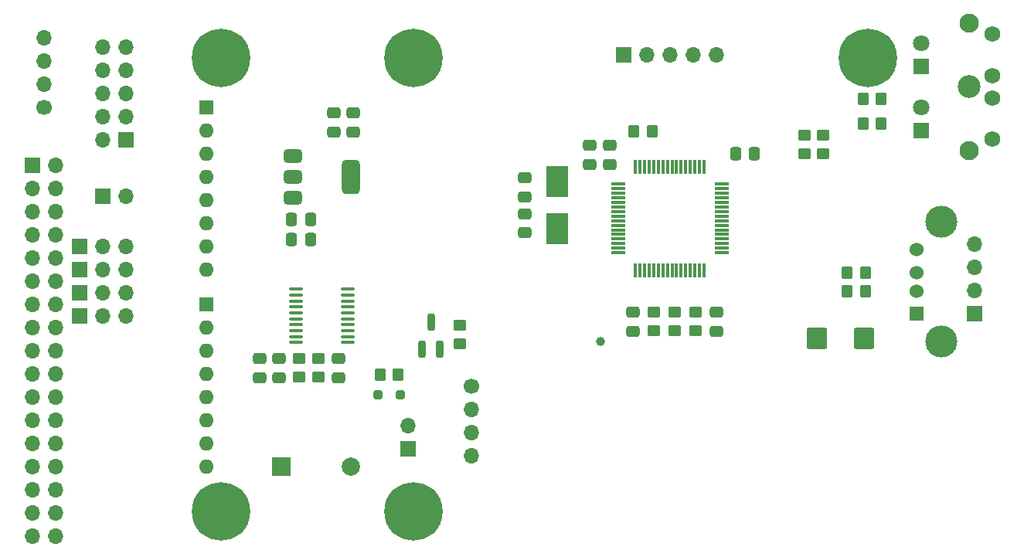
<source format=gbr>
G04 #@! TF.GenerationSoftware,KiCad,Pcbnew,9.0.2*
G04 #@! TF.CreationDate,2025-05-24T11:24:19-04:00*
G04 #@! TF.ProjectId,OpenFlops,4f70656e-466c-46f7-9073-2e6b69636164,1*
G04 #@! TF.SameCoordinates,Original*
G04 #@! TF.FileFunction,Soldermask,Top*
G04 #@! TF.FilePolarity,Negative*
%FSLAX46Y46*%
G04 Gerber Fmt 4.6, Leading zero omitted, Abs format (unit mm)*
G04 Created by KiCad (PCBNEW 9.0.2) date 2025-05-24 11:24:19*
%MOMM*%
%LPD*%
G01*
G04 APERTURE LIST*
G04 Aperture macros list*
%AMRoundRect*
0 Rectangle with rounded corners*
0 $1 Rounding radius*
0 $2 $3 $4 $5 $6 $7 $8 $9 X,Y pos of 4 corners*
0 Add a 4 corners polygon primitive as box body*
4,1,4,$2,$3,$4,$5,$6,$7,$8,$9,$2,$3,0*
0 Add four circle primitives for the rounded corners*
1,1,$1+$1,$2,$3*
1,1,$1+$1,$4,$5*
1,1,$1+$1,$6,$7*
1,1,$1+$1,$8,$9*
0 Add four rect primitives between the rounded corners*
20,1,$1+$1,$2,$3,$4,$5,0*
20,1,$1+$1,$4,$5,$6,$7,0*
20,1,$1+$1,$6,$7,$8,$9,0*
20,1,$1+$1,$8,$9,$2,$3,0*%
G04 Aperture macros list end*
%ADD10C,1.800000*%
%ADD11R,1.800000X1.800000*%
%ADD12R,1.700000X1.700000*%
%ADD13O,1.700000X1.700000*%
%ADD14RoundRect,0.250000X0.350000X0.450000X-0.350000X0.450000X-0.350000X-0.450000X0.350000X-0.450000X0*%
%ADD15C,2.100000*%
%ADD16C,2.500000*%
%ADD17C,1.750000*%
%ADD18C,0.800000*%
%ADD19C,6.400000*%
%ADD20C,1.700000*%
%ADD21RoundRect,0.250000X-0.250000X-0.250000X0.250000X-0.250000X0.250000X0.250000X-0.250000X0.250000X0*%
%ADD22RoundRect,0.250000X0.475000X-0.337500X0.475000X0.337500X-0.475000X0.337500X-0.475000X-0.337500X0*%
%ADD23RoundRect,0.250000X-0.450000X0.350000X-0.450000X-0.350000X0.450000X-0.350000X0.450000X0.350000X0*%
%ADD24RoundRect,0.250000X0.337500X0.475000X-0.337500X0.475000X-0.337500X-0.475000X0.337500X-0.475000X0*%
%ADD25RoundRect,0.250000X-0.475000X0.337500X-0.475000X-0.337500X0.475000X-0.337500X0.475000X0.337500X0*%
%ADD26RoundRect,0.250000X0.450000X-0.350000X0.450000X0.350000X-0.450000X0.350000X-0.450000X-0.350000X0*%
%ADD27RoundRect,0.375000X-0.625000X-0.375000X0.625000X-0.375000X0.625000X0.375000X-0.625000X0.375000X0*%
%ADD28RoundRect,0.500000X-0.500000X-1.400000X0.500000X-1.400000X0.500000X1.400000X-0.500000X1.400000X0*%
%ADD29R,1.600000X1.600000*%
%ADD30O,1.600000X1.600000*%
%ADD31C,1.000000*%
%ADD32RoundRect,0.075000X-0.700000X-0.075000X0.700000X-0.075000X0.700000X0.075000X-0.700000X0.075000X0*%
%ADD33RoundRect,0.075000X-0.075000X-0.700000X0.075000X-0.700000X0.075000X0.700000X-0.075000X0.700000X0*%
%ADD34R,1.524000X1.524000*%
%ADD35C,1.524000*%
%ADD36C,3.500000*%
%ADD37RoundRect,0.250000X0.875000X0.925000X-0.875000X0.925000X-0.875000X-0.925000X0.875000X-0.925000X0*%
%ADD38R,2.400000X3.500000*%
%ADD39R,2.000000X2.000000*%
%ADD40C,2.000000*%
%ADD41RoundRect,0.200000X0.200000X-0.750000X0.200000X0.750000X-0.200000X0.750000X-0.200000X-0.750000X0*%
%ADD42RoundRect,0.100000X0.637500X0.100000X-0.637500X0.100000X-0.637500X-0.100000X0.637500X-0.100000X0*%
%ADD43RoundRect,0.250000X-0.350000X-0.450000X0.350000X-0.450000X0.350000X0.450000X-0.350000X0.450000X0*%
G04 APERTURE END LIST*
D10*
X195199000Y-59034600D03*
D11*
X195199000Y-61574600D03*
D12*
X97790000Y-72390000D03*
D13*
X100330000Y-72390000D03*
X97790000Y-74930000D03*
X100330000Y-74930000D03*
X97790000Y-77470000D03*
X100330000Y-77470000D03*
X97790000Y-80010000D03*
X100330000Y-80010000D03*
X97790000Y-82550000D03*
X100330000Y-82550000D03*
X97790000Y-85090000D03*
X100330000Y-85090000D03*
X97790000Y-87630000D03*
X100330000Y-87630000D03*
X97790000Y-90170000D03*
X100330000Y-90170000D03*
X97790000Y-92710000D03*
X100330000Y-92710000D03*
X97790000Y-95250000D03*
X100330000Y-95250000D03*
X97790000Y-97790000D03*
X100330000Y-97790000D03*
X97790000Y-100330000D03*
X100330000Y-100330000D03*
X97790000Y-102870000D03*
X100330000Y-102870000D03*
X97790000Y-105410000D03*
X100330000Y-105410000D03*
X97790000Y-107950000D03*
X100330000Y-107950000D03*
X97790000Y-110490000D03*
X100330000Y-110490000D03*
X97790000Y-113030000D03*
X100330000Y-113030000D03*
D14*
X190801500Y-65151000D03*
X188801500Y-65151000D03*
D15*
X200456800Y-56794400D03*
D16*
X200456799Y-63804400D03*
D17*
X202946799Y-58044400D03*
X202946799Y-62544401D03*
D16*
X200456800Y-63804800D03*
D15*
X200456799Y-70814800D03*
D17*
X202946799Y-65054800D03*
X202946799Y-69554801D03*
D18*
X116091000Y-60642500D03*
X116793944Y-58945444D03*
X116793944Y-62339556D03*
X118491000Y-58242500D03*
D19*
X118491000Y-60642500D03*
D18*
X118491000Y-63042500D03*
X120188056Y-58945444D03*
X120188056Y-62339556D03*
X120891000Y-60642500D03*
X137173000Y-60642500D03*
X137875944Y-58945444D03*
X137875944Y-62339556D03*
X139573000Y-58242500D03*
D19*
X139573000Y-60642500D03*
D18*
X139573000Y-63042500D03*
X141270056Y-58945444D03*
X141270056Y-62339556D03*
X141973000Y-60642500D03*
X116091000Y-110363000D03*
X116793944Y-108665944D03*
X116793944Y-112060056D03*
X118491000Y-107963000D03*
D19*
X118491000Y-110363000D03*
D18*
X118491000Y-112763000D03*
X120188056Y-108665944D03*
X120188056Y-112060056D03*
X120891000Y-110363000D03*
X137173000Y-110363000D03*
X137875944Y-108665944D03*
X137875944Y-112060056D03*
X139573000Y-107963000D03*
D19*
X139573000Y-110363000D03*
D18*
X139573000Y-112763000D03*
X141270056Y-108665944D03*
X141270056Y-112060056D03*
X141973000Y-110363000D03*
X186957000Y-60642500D03*
X187659944Y-58945444D03*
X187659944Y-62339556D03*
X189357000Y-58242500D03*
D19*
X189357000Y-60642500D03*
D18*
X189357000Y-63042500D03*
X191054056Y-58945444D03*
X191054056Y-62339556D03*
X191757000Y-60642500D03*
D11*
X195199000Y-68585000D03*
D10*
X195199000Y-66045000D03*
D14*
X190801500Y-67818000D03*
X188801500Y-67818000D03*
D12*
X162560000Y-60325000D03*
D13*
X165100000Y-60325000D03*
X167640000Y-60325000D03*
X170180000Y-60325000D03*
X172720000Y-60325000D03*
D20*
X145923000Y-96647000D03*
D13*
X145923000Y-99187000D03*
X145923000Y-101727000D03*
X145923000Y-104267000D03*
D12*
X201041000Y-88683000D03*
D13*
X201041000Y-86143000D03*
X201041000Y-83603000D03*
X201041000Y-81063000D03*
D12*
X102997000Y-81280000D03*
D13*
X105537000Y-81280000D03*
X108077000Y-81280000D03*
D12*
X102997000Y-83820000D03*
D13*
X105537000Y-83820000D03*
X108077000Y-83820000D03*
D12*
X102997000Y-86360000D03*
D13*
X105537000Y-86360000D03*
X108077000Y-86360000D03*
D12*
X102997000Y-88900000D03*
D13*
X105537000Y-88900000D03*
X108077000Y-88900000D03*
D20*
X99060000Y-66040000D03*
D13*
X99060000Y-63500000D03*
X99060000Y-60960000D03*
X99060000Y-58420000D03*
D12*
X108087000Y-69596000D03*
D13*
X105547000Y-69596000D03*
X108087000Y-67056000D03*
X105547000Y-67056000D03*
X108087000Y-64516000D03*
X105547000Y-64516000D03*
X108087000Y-61976000D03*
X105547000Y-61976000D03*
X108087000Y-59436000D03*
X105547000Y-59436000D03*
D12*
X105537000Y-75819000D03*
D13*
X108077000Y-75819000D03*
D21*
X135656001Y-97536000D03*
X138155999Y-97536000D03*
D22*
X163576000Y-90572500D03*
X163576000Y-88497500D03*
D23*
X184404000Y-69104000D03*
X184404000Y-71104000D03*
D24*
X176932500Y-71120000D03*
X174857500Y-71120000D03*
D22*
X122682000Y-95652500D03*
X122682000Y-93577500D03*
D25*
X151765000Y-73765500D03*
X151765000Y-75840500D03*
D26*
X129159000Y-95615000D03*
X129159000Y-93615000D03*
D27*
X126390000Y-71360000D03*
X126390000Y-73660000D03*
D28*
X132690000Y-73660000D03*
D27*
X126390000Y-75960000D03*
D25*
X172720000Y-88497500D03*
X172720000Y-90572500D03*
D26*
X144653000Y-91932000D03*
X144653000Y-89932000D03*
D25*
X158877000Y-70209500D03*
X158877000Y-72284500D03*
D23*
X182372000Y-69104000D03*
X182372000Y-71104000D03*
D29*
X116840000Y-87629999D03*
D30*
X116840000Y-90169999D03*
X116840000Y-92709998D03*
X116840000Y-95249999D03*
X116840000Y-97789999D03*
X116840000Y-100329999D03*
X116840000Y-102869999D03*
X116840000Y-105410000D03*
D31*
X160020000Y-91694000D03*
D32*
X161965000Y-74482000D03*
X161965000Y-74982000D03*
X161965000Y-75482000D03*
X161965000Y-75982000D03*
X161965000Y-76482000D03*
X161965000Y-76982000D03*
X161965000Y-77482000D03*
X161965000Y-77982000D03*
X161965000Y-78482000D03*
X161965000Y-78982000D03*
X161965000Y-79482000D03*
X161965000Y-79982000D03*
X161965000Y-80482000D03*
X161965000Y-80982000D03*
X161965000Y-81482000D03*
X161965000Y-81982000D03*
D33*
X163890000Y-83907000D03*
X164390000Y-83907000D03*
X164890000Y-83907000D03*
X165390000Y-83907000D03*
X165890000Y-83907000D03*
X166390000Y-83907000D03*
X166890000Y-83907000D03*
X167390000Y-83907000D03*
X167890000Y-83907000D03*
X168390000Y-83907000D03*
X168890000Y-83907000D03*
X169390000Y-83907000D03*
X169890000Y-83907000D03*
X170390000Y-83907000D03*
X170890000Y-83907000D03*
X171390000Y-83907000D03*
D32*
X173315000Y-81982000D03*
X173315000Y-81482000D03*
X173315000Y-80982000D03*
X173315000Y-80482000D03*
X173315000Y-79982000D03*
X173315000Y-79482000D03*
X173315000Y-78982000D03*
X173315000Y-78482000D03*
X173315000Y-77982000D03*
X173315000Y-77482000D03*
X173315000Y-76982000D03*
X173315000Y-76482000D03*
X173315000Y-75982000D03*
X173315000Y-75482000D03*
X173315000Y-74982000D03*
X173315000Y-74482000D03*
D33*
X171390000Y-72557000D03*
X170890000Y-72557000D03*
X170390000Y-72557000D03*
X169890000Y-72557000D03*
X169390000Y-72557000D03*
X168890000Y-72557000D03*
X168390000Y-72557000D03*
X167890000Y-72557000D03*
X167390000Y-72557000D03*
X166890000Y-72557000D03*
X166390000Y-72557000D03*
X165890000Y-72557000D03*
X165390000Y-72557000D03*
X164890000Y-72557000D03*
X164390000Y-72557000D03*
X163890000Y-72557000D03*
D14*
X189087000Y-86233000D03*
X187087000Y-86233000D03*
D22*
X151765000Y-79777500D03*
X151765000Y-77702500D03*
D34*
X194648000Y-88674800D03*
D35*
X194648000Y-86174800D03*
X194648000Y-84174799D03*
X194648000Y-81674801D03*
D36*
X197358000Y-91744800D03*
X197358000Y-78604800D03*
D37*
X188884400Y-91338400D03*
X183784400Y-91338400D03*
D26*
X168148000Y-90535000D03*
X168148000Y-88535000D03*
D24*
X128291500Y-78359000D03*
X126216500Y-78359000D03*
D29*
X116840000Y-66040000D03*
D30*
X116840000Y-68580000D03*
X116840000Y-71119999D03*
X116840000Y-73660000D03*
X116840000Y-76200000D03*
X116840000Y-78740000D03*
X116840000Y-81280000D03*
X116840000Y-83820001D03*
D38*
X155346400Y-74158799D03*
X155346400Y-79358801D03*
D22*
X132969000Y-68728500D03*
X132969000Y-66653500D03*
D39*
X125095000Y-105410000D03*
D40*
X132695000Y-105410000D03*
D41*
X140528000Y-92559000D03*
X142428000Y-92559000D03*
X141478000Y-89559000D03*
D26*
X127000000Y-95615000D03*
X127000000Y-93615000D03*
D42*
X132402500Y-91825000D03*
X132402500Y-91175000D03*
X132402500Y-90525000D03*
X132402500Y-89875000D03*
X132402500Y-89225000D03*
X132402500Y-88575000D03*
X132402500Y-87925000D03*
X132402500Y-87275000D03*
X132402500Y-86625000D03*
X132402500Y-85975000D03*
X126677500Y-85975000D03*
X126677500Y-86625000D03*
X126677500Y-87275000D03*
X126677500Y-87925000D03*
X126677500Y-88575000D03*
X126677500Y-89225000D03*
X126677500Y-89875000D03*
X126677500Y-90525000D03*
X126677500Y-91175000D03*
X126677500Y-91825000D03*
D26*
X165862000Y-90535000D03*
X165862000Y-88535000D03*
D25*
X124841000Y-93577500D03*
X124841000Y-95652500D03*
D12*
X138938000Y-103510000D03*
D13*
X138938000Y-100970000D03*
D14*
X165719000Y-68707000D03*
X163719000Y-68707000D03*
D43*
X135906000Y-95351600D03*
X137906000Y-95351600D03*
D22*
X130810000Y-68728500D03*
X130810000Y-66653500D03*
X131318000Y-95652500D03*
X131318000Y-93577500D03*
D24*
X128291500Y-80518000D03*
X126216500Y-80518000D03*
D26*
X170434000Y-90535000D03*
X170434000Y-88535000D03*
D14*
X189087000Y-84201000D03*
X187087000Y-84201000D03*
D25*
X161036000Y-70209500D03*
X161036000Y-72284500D03*
M02*

</source>
